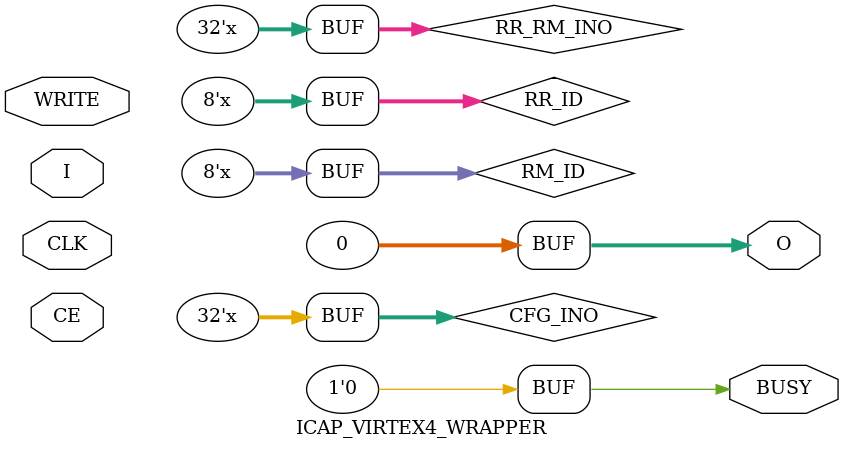
<source format=v>
/****************************************************************************************************
Author    : Zihao Cheng z5108506
Degree 	  : Bachelor of computer engineering
Supovisor : LinKan (George) Gong
Company	  : UNSW Sydney Australia

This is ReSimPlus auto generated file, use for simulation only!

The purpose of this file is to simulate the ICAP bitstream traffic. It acts as the auto responser for
the inputing bitstream data, base on the bitstream contents, it will output and update the MUX control
signal in the MUX_TOP.sv file. Therefore, it provides users a chance to verify the reconfiguration
datapath (e.g. User design ICAPI port and bus) without needing to modify the original design
(e.g. insert MUX).
****************************************************************************************************/

`timescale 1ns/1ps

//---------------------------------------------
//           Instantiating I/O port
//---------------------------------------------
module ICAP_VIRTEX4_WRAPPER
(
    input             CLK   ,
    input             CE    ,
    input             WRITE ,
    input  [31:0]     I     ,
    output [31:0]     O     ,
    output            BUSY
);

//---------------------------------------------
//            Instantiating Constant
//---------------------------------------------

    assign BUSY=0;
    `define SYNC        32'hAA995566
    `define NOP         32'h20000000
    `define FAR_WRITE   32'h30002001
    `define DESYNC      32'h0000000D

//---------------------------------------------
//                     FSM
//---------------------------------------------

    parameter REST          = 2'b00;
    parameter ENTER_CFG     = 2'b01;
    parameter SEL_RM        = 2'b10;
    parameter FINISH_CFG    = 2'b11;

    reg  [31:0] CFG_INO   = 32'hffff_ffff;
    reg  [31:0] RR_RM_INO = 32'hffff_ffff;
    reg  [7:0]  RR_ID;
    reg  [7:0]  RM_ID;
    reg  [1:0]  curr_state = REST;

    always@(*) begin
        if (RR_RM_INO  != 32'hffff_ffff) begin
            RR_ID [7:0] = RR_RM_INO [31:24];
            RM_ID [7:0] = RR_RM_INO [23:16];
        end
    end
    assign O = 1'b0;
    always@(*)
    begin
        if (WRITE==0) begin
            case (curr_state)
                REST:           if (I == `SYNC) begin
                                    curr_state = ENTER_CFG;
                                end else begin
                                    curr_state = REST;
                                end

                ENTER_CFG:      if (I == `FAR_WRITE) begin
                                    curr_state = SEL_RM;
                                end else begin
                                    curr_state = ENTER_CFG;
                                end

                SEL_RM:         if (I == `FAR_WRITE) begin
                                    curr_state = SEL_RM;
                                end else begin
                                    curr_state = FINISH_CFG;
                                    CFG_INO = I;
                                end

                FINISH_CFG:     if (I == `DESYNC) begin
                                    curr_state = REST;
                                    RR_RM_INO = CFG_INO;
                                end else begin
                                    curr_state = FINISH_CFG;
                                end

                default:        curr_state = REST;
            endcase
        end else begin
        // read from icap, undefind behavior
        end
    end

//---------------------------------------------
// Include the un-elaborated section
//---------------------------------------------

    `include "ICAP_VIRTEX4_WRAPPER_SimOnly.v"

endmodule

</source>
